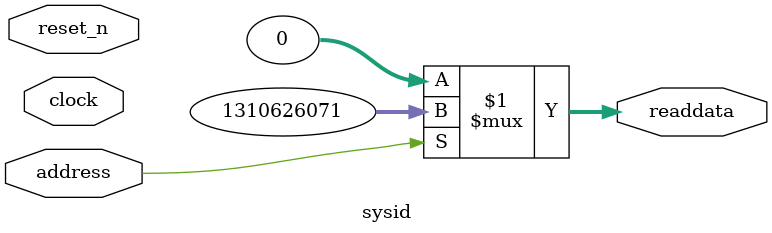
<source format=v>

`timescale 1ns / 1ps
// synthesis translate_on

// turn off superfluous verilog processor warnings 
// altera message_level Level1 
// altera message_off 10034 10035 10036 10037 10230 10240 10030 

module sysid (
               // inputs:
                address,
                clock,
                reset_n,

               // outputs:
                readdata
             )
;

  output  [ 31: 0] readdata;
  input            address;
  input            clock;
  input            reset_n;

  wire    [ 31: 0] readdata;
  //control_slave, which is an e_avalon_slave
  assign readdata = address ? 1310626071 : 0;

endmodule


</source>
